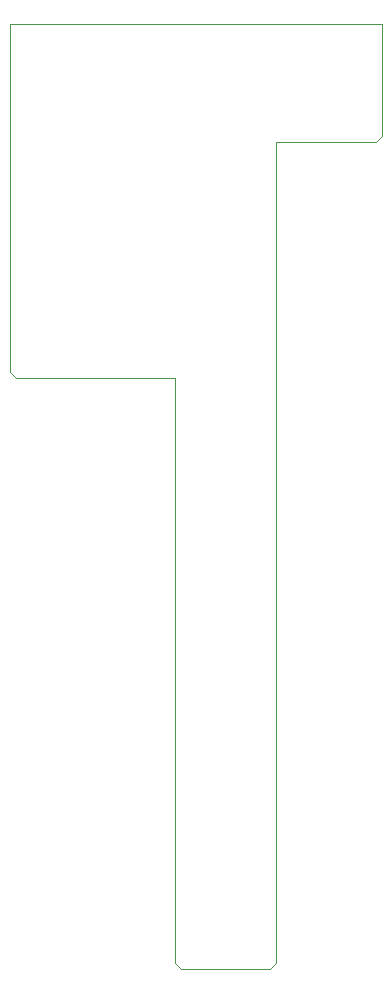
<source format=gm1>
G04 #@! TF.GenerationSoftware,KiCad,Pcbnew,(6.0.10-0)*
G04 #@! TF.CreationDate,2023-11-26T23:42:57+09:00*
G04 #@! TF.ProjectId,AutoFeeder_Drum-type,4175746f-4665-4656-9465-725f4472756d,01*
G04 #@! TF.SameCoordinates,Original*
G04 #@! TF.FileFunction,Profile,NP*
%FSLAX46Y46*%
G04 Gerber Fmt 4.6, Leading zero omitted, Abs format (unit mm)*
G04 Created by KiCad (PCBNEW (6.0.10-0)) date 2023-11-26 23:42:57*
%MOMM*%
%LPD*%
G01*
G04 APERTURE LIST*
G04 #@! TA.AperFunction,Profile*
%ADD10C,0.100000*%
G04 #@! TD*
G04 APERTURE END LIST*
D10*
X136500000Y-60000000D02*
X168000000Y-60000000D01*
X168000000Y-60000000D02*
X168000000Y-69500000D01*
X159000000Y-70000000D02*
X159000000Y-139500000D01*
X137000000Y-90000000D02*
X150500000Y-90000000D01*
X167500000Y-70000000D02*
X159000000Y-70000000D01*
X150500000Y-139500000D02*
X151000000Y-140000000D01*
X158500000Y-140000000D02*
X159000000Y-139500000D01*
X151000000Y-140000000D02*
X158500000Y-140000000D01*
X150500000Y-90000000D02*
X150500000Y-139500000D01*
X167500000Y-70000000D02*
X168000000Y-69500000D01*
X136500000Y-89500000D02*
X137000000Y-90000000D01*
X136500000Y-60000000D02*
X136500000Y-89500000D01*
M02*

</source>
